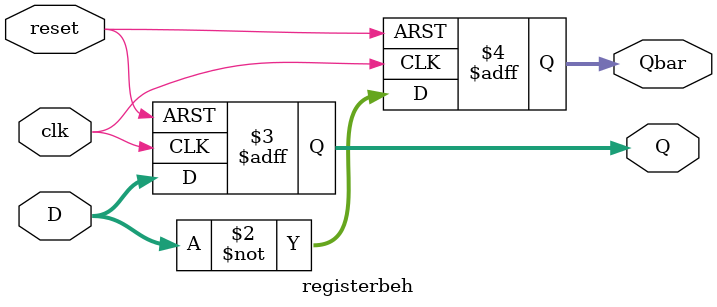
<source format=sv>
`timescale 1ns / 1ps
module dlatch(input s, reset, clk, output q, qbar);
    wire w0, w1,w2, reset_n;
    
    assign reset_n = ~reset;

    nand(w0, s, clk);
    nand(w1, ~s, clk);
    nand(w2, w0, qbar);
    and(q,w2,reset_n);
    nand(qbar, w1, q, reset_n);  
endmodule

module flipflip(input D, input reset, input clk, output Q, output Qbar);
    wire qm, qmbar;
    dlatch master (.s(D), .reset(reset), .clk(clk), .q(qm), .qbar(qmbar));
    dlatch slave  (.s(qm), .reset(reset),.clk(~clk), .q(Q), .qbar(Qbar));
endmodule


/*
module register(
    input [3:0] D,   
    input clk,        
    input reset,      
    output [3:0] Q,  
    output [3:0] Qbar 
);
    flipflip u0( D[0], reset, clk, Q[0], Qbar[0]);
    flipflip u1( D[1], reset, clk, Q[1], Qbar[1]);
    flipflip u2( D[2], reset, clk, Q[2], Qbar[2]);
    flipflip u3( D[3], reset, clk, Q[3], Qbar[3]);

endmodule*/
module registerbeh(
    input [3:0] D,
    input clk,
    input reset,
    output reg [3:0] Q,
    output reg [3:0] Qbar
);
    always @(posedge clk , posedge reset) 
    begin
        if (reset) begin
            Q <= 4'b0000;
            Qbar <= 4'b1111;
        end 
        else
      begin
      Q <= D;
       Qbar <= ~D;
     end
    end
endmodule


</source>
